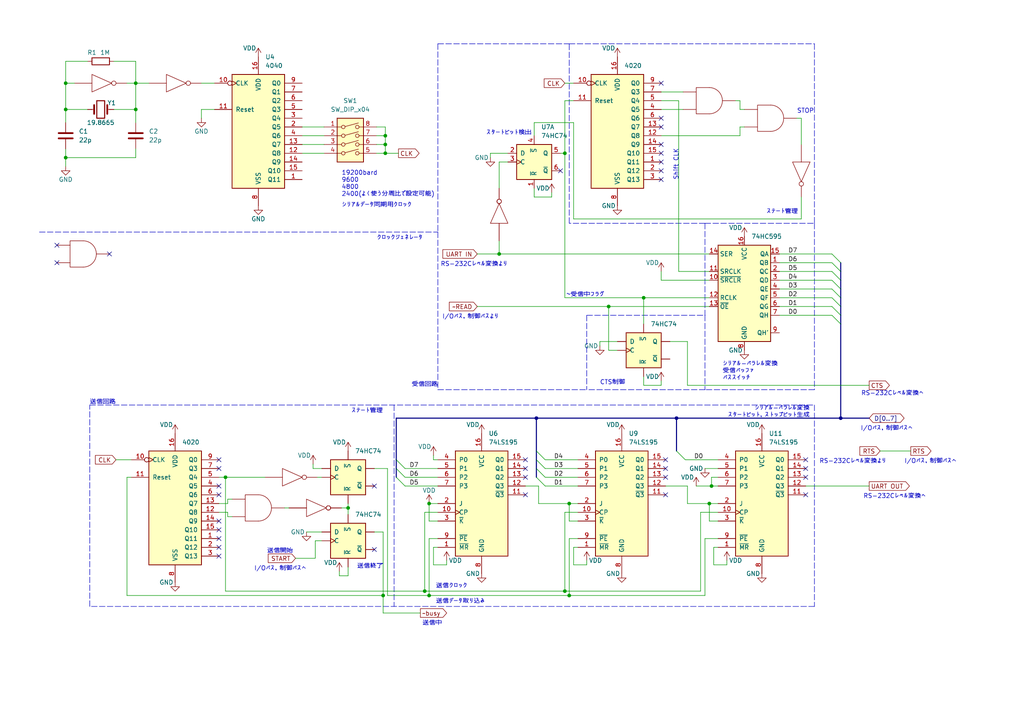
<source format=kicad_sch>
(kicad_sch (version 20211123) (generator eeschema)
  (paper "A4")
  (title_block (title "RS-232通信ボード(レベル変換なし)") (date "2023-06-15"))
  (junction (at 186.69 86.36))
  (junction (at 163.83 44.45))
  (junction (at 111.76 39.37))
  (junction (at 39.37 24.13))
  (junction (at 39.37 31.75))
  (junction (at 124.46 146.05))
  (junction (at 155.575 121.285))
  (junction (at 165.1 172.72))
  (junction (at 205.74 146.05))
  (junction (at 206.375 140.97))
  (junction (at 176.53 88.9))
  (junction (at 163.83 171.45))
  (junction (at 65.405 138.43))
  (junction (at 165.1 146.05))
  (junction (at 19.05 31.75))
  (junction (at 100.965 147.32))
  (junction (at 144.78 73.66))
  (junction (at 111.76 41.91))
  (junction (at 111.125 172.72))
  (junction (at 19.05 24.13))
  (junction (at 111.76 44.45))
  (junction (at 19.05 45.72))
  (junction (at 123.19 171.45))
  (junction (at 243.84 121.285))
  (junction (at 196.215 121.285))
  (junction (at 124.46 172.72))
  (no_connect (at 108.585 159.385))
  (no_connect (at 193.04 135.89))
  (no_connect (at 31.75 73.66))
  (no_connect (at 63.5 135.89))
  (no_connect (at 191.77 41.91))
  (no_connect (at 191.77 49.53))
  (no_connect (at 191.77 36.83))
  (no_connect (at 16.51 71.12))
  (no_connect (at 63.5 140.97))
  (no_connect (at 233.68 133.35))
  (no_connect (at 191.77 34.29))
  (no_connect (at 16.51 76.2))
  (no_connect (at 233.68 143.51))
  (no_connect (at 63.5 153.67))
  (no_connect (at 191.77 24.13))
  (no_connect (at 193.04 143.51))
  (no_connect (at 191.77 46.99))
  (no_connect (at 63.5 161.29))
  (no_connect (at 233.68 135.89))
  (no_connect (at 63.5 158.75))
  (no_connect (at 152.4 138.43))
  (no_connect (at 191.77 44.45))
  (no_connect (at 63.5 156.21))
  (no_connect (at 152.4 143.51))
  (no_connect (at 152.4 135.89))
  (no_connect (at 193.04 133.35))
  (no_connect (at 63.5 151.13))
  (no_connect (at 108.585 140.97))
  (no_connect (at 193.04 138.43))
  (no_connect (at 152.4 133.35))
  (no_connect (at 63.5 143.51))
  (no_connect (at 191.77 52.07))
  (no_connect (at 233.68 138.43))
  (no_connect (at 162.56 49.53))
  (no_connect (at 63.5 133.35))
  (bus_entry (at 241.3 73.66) (size 2.54 2.54))
  (bus_entry (at 114.935 135.89) (size 2.54 2.54))
  (bus_entry (at 155.575 135.89) (size 2.54 2.54))
  (bus_entry (at 241.3 81.28) (size 2.54 2.54))
  (bus_entry (at 155.575 130.81) (size 2.54 2.54))
  (bus_entry (at 241.3 78.74) (size 2.54 2.54))
  (bus_entry (at 241.3 76.2) (size 2.54 2.54))
  (bus_entry (at 155.575 138.43) (size 2.54 2.54))
  (bus_entry (at 114.935 133.35) (size 2.54 2.54))
  (bus_entry (at 241.3 88.9) (size 2.54 2.54))
  (bus_entry (at 241.3 91.44) (size 2.54 2.54))
  (bus_entry (at 196.215 130.81) (size 2.54 2.54))
  (bus_entry (at 155.575 133.35) (size 2.54 2.54))
  (bus_entry (at 241.3 83.82) (size 2.54 2.54))
  (bus_entry (at 241.3 86.36) (size 2.54 2.54))
  (bus_entry (at 114.935 138.43) (size 2.54 2.54))
  (wire (pts (xy 19.05 17.78) (xy 19.05 24.13)))
  (wire (pts (xy 87.63 44.45) (xy 93.98 44.45)))
  (wire (pts (xy 19.05 24.13) (xy 19.05 31.75)))
  (polyline (pts (xy 127 113.03) (xy 170.18 113.03)))
  (wire (pts (xy 100.965 147.32) (xy 100.965 146.05)))
  (wire (pts (xy 39.37 45.72) (xy 39.37 43.18)))
  (bus (pts (xy 114.935 121.285) (xy 114.935 133.35)))
  (wire (pts (xy 167.64 146.05) (xy 165.1 146.05)))
  (wire (pts (xy 100.965 167.005) (xy 100.965 164.465)))
  (bus (pts (xy 155.575 121.285) (xy 196.215 121.285)))
  (wire (pts (xy 158.115 135.89) (xy 167.64 135.89)))
  (wire (pts (xy 232.41 34.29) (xy 232.41 41.91)))
  (polyline (pts (xy 204.47 64.77) (xy 165.1 64.77)))
  (wire (pts (xy 117.475 138.43) (xy 127 138.43)))
  (wire (pts (xy 65.405 138.43) (xy 76.835 138.43)))
  (wire (pts (xy 109.22 41.91) (xy 111.76 41.91)))
  (wire (pts (xy 138.43 88.9) (xy 176.53 88.9)))
  (wire (pts (xy 142.24 45.72) (xy 142.24 44.45)))
  (wire (pts (xy 186.69 111.76) (xy 191.77 111.76)))
  (wire (pts (xy 98.425 165.735) (xy 98.425 167.005)))
  (wire (pts (xy 127 158.75) (xy 125.73 158.75)))
  (wire (pts (xy 199.39 111.76) (xy 252.095 111.76)))
  (wire (pts (xy 147.32 46.99) (xy 144.78 46.99)))
  (bus (pts (xy 243.84 76.2) (xy 243.84 78.74)))
  (bus (pts (xy 155.575 121.285) (xy 114.935 121.285)))
  (wire (pts (xy 154.94 57.15) (xy 160.02 57.15)))
  (wire (pts (xy 25.4 17.78) (xy 19.05 17.78)))
  (wire (pts (xy 125.73 133.35) (xy 127 133.35)))
  (wire (pts (xy 173.99 100.33) (xy 173.99 99.06)))
  (wire (pts (xy 112.395 172.72) (xy 124.46 172.72)))
  (wire (pts (xy 111.125 172.72) (xy 111.125 177.8)))
  (wire (pts (xy 111.76 41.91) (xy 111.76 44.45)))
  (polyline (pts (xy 236.22 113.03) (xy 204.47 113.03)))
  (wire (pts (xy 213.36 29.21) (xy 214.63 29.21)))
  (wire (pts (xy 199.39 99.06) (xy 199.39 111.76)))
  (wire (pts (xy 191.77 39.37) (xy 214.63 39.37)))
  (wire (pts (xy 199.39 146.05) (xy 205.74 146.05)))
  (wire (pts (xy 154.94 39.37) (xy 154.94 35.56)))
  (wire (pts (xy 206.375 140.97) (xy 208.28 140.97)))
  (wire (pts (xy 127 146.05) (xy 124.46 146.05)))
  (wire (pts (xy 214.63 31.75) (xy 215.9 31.75)))
  (wire (pts (xy 138.43 73.66) (xy 144.78 73.66)))
  (wire (pts (xy 93.98 36.83) (xy 87.63 36.83)))
  (wire (pts (xy 123.19 148.59) (xy 127 148.59)))
  (wire (pts (xy 154.94 35.56) (xy 166.37 35.56)))
  (wire (pts (xy 39.37 17.78) (xy 39.37 24.13)))
  (wire (pts (xy 208.28 156.21) (xy 204.47 156.21)))
  (wire (pts (xy 167.64 156.21) (xy 165.1 156.21)))
  (wire (pts (xy 123.19 171.45) (xy 163.83 171.45)))
  (wire (pts (xy 93.345 156.845) (xy 91.44 156.845)))
  (bus (pts (xy 155.575 121.285) (xy 155.575 130.81)))
  (wire (pts (xy 165.1 151.13) (xy 167.64 151.13)))
  (bus (pts (xy 243.84 88.9) (xy 243.84 91.44)))
  (wire (pts (xy 207.01 163.83) (xy 210.82 163.83)))
  (wire (pts (xy 144.78 46.99) (xy 144.78 54.61)))
  (wire (pts (xy 194.31 99.06) (xy 199.39 99.06)))
  (wire (pts (xy 109.22 36.83) (xy 111.76 36.83)))
  (wire (pts (xy 232.41 57.15) (xy 232.41 63.5)))
  (wire (pts (xy 186.69 86.36) (xy 205.74 86.36)))
  (wire (pts (xy 252.095 140.97) (xy 233.68 140.97)))
  (wire (pts (xy 19.05 31.75) (xy 19.05 35.56)))
  (wire (pts (xy 125.73 158.75) (xy 125.73 163.83)))
  (wire (pts (xy 123.19 171.45) (xy 123.19 148.59)))
  (wire (pts (xy 208.28 148.59) (xy 203.2 148.59)))
  (bus (pts (xy 196.215 121.285) (xy 196.215 130.81)))
  (wire (pts (xy 19.05 31.75) (xy 25.4 31.75)))
  (wire (pts (xy 39.37 24.13) (xy 39.37 31.75)))
  (wire (pts (xy 117.475 140.97) (xy 127 140.97)))
  (wire (pts (xy 166.37 158.75) (xy 166.37 163.83)))
  (bus (pts (xy 114.935 135.89) (xy 114.935 138.43)))
  (wire (pts (xy 226.06 91.44) (xy 241.3 91.44)))
  (wire (pts (xy 191.77 81.28) (xy 205.74 81.28)))
  (wire (pts (xy 226.06 81.28) (xy 241.3 81.28)))
  (wire (pts (xy 166.37 35.56) (xy 166.37 63.5)))
  (wire (pts (xy 193.04 140.97) (xy 199.39 140.97)))
  (wire (pts (xy 226.06 73.66) (xy 241.3 73.66)))
  (wire (pts (xy 173.99 99.06) (xy 179.07 99.06)))
  (polyline (pts (xy 127 67.31) (xy 127 113.03)))
  (wire (pts (xy 186.69 109.22) (xy 186.69 111.76)))
  (wire (pts (xy 129.54 163.83) (xy 129.54 162.56)))
  (wire (pts (xy 88.9 154.305) (xy 93.345 154.305)))
  (wire (pts (xy 124.46 146.05) (xy 124.46 151.13)))
  (wire (pts (xy 210.82 163.83) (xy 210.82 162.56)))
  (wire (pts (xy 98.425 167.005) (xy 100.965 167.005)))
  (wire (pts (xy 158.115 138.43) (xy 167.64 138.43)))
  (wire (pts (xy 124.46 172.72) (xy 124.46 156.21)))
  (wire (pts (xy 90.805 134.62) (xy 90.805 135.89)))
  (wire (pts (xy 66.04 144.78) (xy 67.31 144.78)))
  (wire (pts (xy 208.28 158.75) (xy 207.01 158.75)))
  (wire (pts (xy 191.77 78.74) (xy 191.77 81.28)))
  (wire (pts (xy 191.77 31.75) (xy 198.12 31.75)))
  (wire (pts (xy 208.28 146.05) (xy 205.74 146.05)))
  (wire (pts (xy 19.05 48.26) (xy 19.05 45.72)))
  (wire (pts (xy 205.74 151.13) (xy 208.28 151.13)))
  (wire (pts (xy 124.46 156.21) (xy 127 156.21)))
  (wire (pts (xy 226.06 78.74) (xy 241.3 78.74)))
  (wire (pts (xy 167.64 148.59) (xy 163.83 148.59)))
  (wire (pts (xy 93.98 41.91) (xy 87.63 41.91)))
  (bus (pts (xy 196.215 121.285) (xy 243.84 121.285)))
  (wire (pts (xy 255.27 130.81) (xy 264.16 130.81)))
  (wire (pts (xy 63.5 146.05) (xy 66.04 146.05)))
  (wire (pts (xy 198.755 133.35) (xy 208.28 133.35)))
  (wire (pts (xy 158.115 133.35) (xy 167.64 133.35)))
  (wire (pts (xy 191.77 111.76) (xy 191.77 110.49)))
  (wire (pts (xy 109.22 39.37) (xy 111.76 39.37)))
  (wire (pts (xy 204.47 156.21) (xy 204.47 172.72)))
  (wire (pts (xy 19.05 24.13) (xy 21.59 24.13)))
  (polyline (pts (xy 236.22 64.77) (xy 236.22 113.03)))
  (wire (pts (xy 226.06 76.2) (xy 241.3 76.2)))
  (wire (pts (xy 144.78 69.85) (xy 144.78 73.66)))
  (wire (pts (xy 111.76 39.37) (xy 111.76 41.91)))
  (wire (pts (xy 66.04 146.05) (xy 66.04 144.78)))
  (wire (pts (xy 91.44 156.845) (xy 91.44 161.925)))
  (wire (pts (xy 206.375 138.43) (xy 208.28 138.43)))
  (wire (pts (xy 231.14 34.29) (xy 232.41 34.29)))
  (wire (pts (xy 199.39 140.97) (xy 199.39 146.05)))
  (wire (pts (xy 226.06 88.9) (xy 241.3 88.9)))
  (wire (pts (xy 111.76 36.83) (xy 111.76 39.37)))
  (wire (pts (xy 214.63 39.37) (xy 214.63 36.83)))
  (wire (pts (xy 108.585 135.89) (xy 112.395 135.89)))
  (wire (pts (xy 163.83 86.36) (xy 186.69 86.36)))
  (wire (pts (xy 99.06 147.32) (xy 100.965 147.32)))
  (wire (pts (xy 163.83 44.45) (xy 162.56 44.45)))
  (polyline (pts (xy 11.43 67.31) (xy 127 67.31)))
  (wire (pts (xy 63.5 148.59) (xy 66.04 148.59)))
  (polyline (pts (xy 236.22 117.475) (xy 236.22 175.895)))
  (wire (pts (xy 163.83 24.13) (xy 166.37 24.13)))
  (wire (pts (xy 160.02 57.15) (xy 160.02 55.88)))
  (wire (pts (xy 19.05 45.72) (xy 39.37 45.72)))
  (wire (pts (xy 186.69 86.36) (xy 186.69 93.98)))
  (bus (pts (xy 243.84 121.285) (xy 252.095 121.285)))
  (wire (pts (xy 214.63 36.83) (xy 215.9 36.83)))
  (polyline (pts (xy 165.1 12.7) (xy 236.22 12.7)))
  (bus (pts (xy 243.84 83.82) (xy 243.84 86.36)))
  (wire (pts (xy 163.83 29.21) (xy 163.83 44.45)))
  (polyline (pts (xy 165.1 64.77) (xy 165.1 12.7)))
  (wire (pts (xy 33.02 17.78) (xy 39.37 17.78)))
  (wire (pts (xy 108.585 154.305) (xy 111.125 154.305)))
  (wire (pts (xy 39.37 24.13) (xy 43.18 24.13)))
  (wire (pts (xy 152.4 140.97) (xy 156.21 140.97)))
  (wire (pts (xy 156.21 140.97) (xy 156.21 146.05)))
  (wire (pts (xy 163.83 148.59) (xy 163.83 171.45)))
  (wire (pts (xy 83.82 147.32) (xy 82.55 147.32)))
  (wire (pts (xy 124.46 151.13) (xy 127 151.13)))
  (wire (pts (xy 170.18 163.83) (xy 170.18 162.56)))
  (wire (pts (xy 90.805 135.89) (xy 93.345 135.89)))
  (wire (pts (xy 176.53 101.6) (xy 179.07 101.6)))
  (wire (pts (xy 58.42 31.75) (xy 58.42 34.29)))
  (wire (pts (xy 203.2 148.59) (xy 203.2 171.45)))
  (wire (pts (xy 156.21 146.05) (xy 165.1 146.05)))
  (wire (pts (xy 92.075 138.43) (xy 93.345 138.43)))
  (wire (pts (xy 111.125 177.8) (xy 121.92 177.8)))
  (wire (pts (xy 109.22 44.45) (xy 111.76 44.45)))
  (bus (pts (xy 243.84 86.36) (xy 243.84 88.9)))
  (wire (pts (xy 176.53 88.9) (xy 205.74 88.9)))
  (wire (pts (xy 144.78 73.66) (xy 205.74 73.66)))
  (wire (pts (xy 62.23 31.75) (xy 58.42 31.75)))
  (wire (pts (xy 154.94 54.61) (xy 154.94 57.15)))
  (wire (pts (xy 125.73 132.08) (xy 125.73 133.35)))
  (polyline (pts (xy 204.47 64.77) (xy 236.22 64.77)))
  (wire (pts (xy 19.05 43.18) (xy 19.05 45.72)))
  (polyline (pts (xy 204.47 113.03) (xy 170.18 113.03)))
  (polyline (pts (xy 114.3 117.475) (xy 114.3 175.895)))
  (wire (pts (xy 166.37 163.83) (xy 170.18 163.83)))
  (bus (pts (xy 114.935 133.35) (xy 114.935 135.89)))
  (wire (pts (xy 111.125 172.72) (xy 36.83 172.72)))
  (polyline (pts (xy 127 12.7) (xy 127 67.31)))
  (polyline (pts (xy 236.22 12.7) (xy 236.22 64.77)))
  (bus (pts (xy 243.84 81.28) (xy 243.84 83.82)))
  (wire (pts (xy 112.395 135.89) (xy 112.395 172.72)))
  (wire (pts (xy 33.02 31.75) (xy 39.37 31.75)))
  (wire (pts (xy 196.85 29.21) (xy 196.85 78.74)))
  (wire (pts (xy 226.06 86.36) (xy 241.3 86.36)))
  (wire (pts (xy 33.655 133.35) (xy 38.1 133.35)))
  (wire (pts (xy 85.725 161.925) (xy 91.44 161.925)))
  (bus (pts (xy 155.575 135.89) (xy 155.575 138.43)))
  (wire (pts (xy 207.01 158.75) (xy 207.01 163.83)))
  (polyline (pts (xy 236.22 175.895) (xy 26.035 175.895)))
  (bus (pts (xy 243.84 91.44) (xy 243.84 93.98)))
  (wire (pts (xy 166.37 63.5) (xy 232.41 63.5)))
  (wire (pts (xy 36.83 138.43) (xy 36.83 172.72)))
  (bus (pts (xy 155.575 133.35) (xy 155.575 135.89)))
  (bus (pts (xy 243.84 93.98) (xy 243.84 121.285)))
  (wire (pts (xy 163.83 171.45) (xy 203.2 171.45)))
  (polyline (pts (xy 170.18 91.44) (xy 204.47 91.44)))
  (polyline (pts (xy 26.035 117.475) (xy 236.22 117.475)))
  (wire (pts (xy 158.115 140.97) (xy 167.64 140.97)))
  (polyline (pts (xy 26.035 175.895) (xy 26.035 117.475)))
  (polyline (pts (xy 127 12.7) (xy 165.1 12.7)))
  (wire (pts (xy 66.04 149.86) (xy 67.31 149.86)))
  (wire (pts (xy 206.375 138.43) (xy 206.375 140.97)))
  (wire (pts (xy 205.74 146.05) (xy 205.74 151.13)))
  (wire (pts (xy 66.04 148.59) (xy 66.04 149.86)))
  (wire (pts (xy 100.965 147.32) (xy 100.965 149.225)))
  (wire (pts (xy 111.76 44.45) (xy 115.57 44.45)))
  (wire (pts (xy 38.1 138.43) (xy 36.83 138.43)))
  (bus (pts (xy 243.84 78.74) (xy 243.84 81.28)))
  (wire (pts (xy 163.83 86.36) (xy 163.83 44.45)))
  (wire (pts (xy 166.37 29.21) (xy 163.83 29.21)))
  (wire (pts (xy 111.125 154.305) (xy 111.125 172.72)))
  (wire (pts (xy 63.5 138.43) (xy 65.405 138.43)))
  (wire (pts (xy 214.63 29.21) (xy 214.63 31.75)))
  (wire (pts (xy 167.64 158.75) (xy 166.37 158.75)))
  (wire (pts (xy 36.83 24.13) (xy 39.37 24.13)))
  (wire (pts (xy 142.24 44.45) (xy 147.32 44.45)))
  (wire (pts (xy 117.475 135.89) (xy 127 135.89)))
  (wire (pts (xy 65.405 138.43) (xy 65.405 171.45)))
  (wire (pts (xy 191.77 26.67) (xy 198.12 26.67)))
  (wire (pts (xy 204.47 135.89) (xy 208.28 135.89)))
  (wire (pts (xy 39.37 31.75) (xy 39.37 35.56)))
  (bus (pts (xy 155.575 130.81) (xy 155.575 133.35)))
  (wire (pts (xy 196.85 78.74) (xy 205.74 78.74)))
  (polyline (pts (xy 204.47 91.44) (xy 204.47 113.03)))
  (wire (pts (xy 176.53 88.9) (xy 176.53 101.6)))
  (polyline (pts (xy 170.18 91.44) (xy 170.18 113.03)))
  (wire (pts (xy 165.1 146.05) (xy 165.1 151.13)))
  (wire (pts (xy 204.47 172.72) (xy 165.1 172.72)))
  (wire (pts (xy 226.06 83.82) (xy 241.3 83.82)))
  (wire (pts (xy 191.77 29.21) (xy 196.85 29.21)))
  (wire (pts (xy 165.1 172.72) (xy 124.46 172.72)))
  (wire (pts (xy 201.93 140.97) (xy 206.375 140.97)))
  (wire (pts (xy 125.73 163.83) (xy 129.54 163.83)))
  (wire (pts (xy 93.98 39.37) (xy 87.63 39.37)))
  (wire (pts (xy 58.42 24.13) (xy 62.23 24.13)))
  (wire (pts (xy 165.1 156.21) (xy 165.1 172.72)))
  (wire (pts (xy 65.405 171.45) (xy 123.19 171.45)))
  (polyline (pts (xy 204.47 64.77) (xy 204.47 91.44)))
  (text "RS-232Cレベル変換より" (at 147.32 77.47 180) (effects (font (size 1.27 1.27)) (justify right bottom)))
  (text "送信データ取り込み" (at 126.365 175.26 0) (effects (font (size 1.27 1.27)) (justify left bottom)))
  (text "シリアル-パラレル変換\n受信バッファ\nバススイッチ" (at 209.55 110.49 0) (effects (font (size 1.27 1.27)) (justify left bottom)))
  (text "RS-232Cレベル変換より" (at 257.175 134.62 180) (effects (font (size 1.27 1.27)) (justify right bottom)))
  (text "ステート管理" (at 222.25 62.23 0) (effects (font (size 1.27 1.27)) (justify left bottom)))
  (text "送信回路" (at 33.655 117.475 180) (effects (font (size 1.27 1.27)) (justify right bottom)))
  (text "RS-232Cレベル変換へ" (at 267.97 114.935 180) (effects (font (size 1.27 1.27)) (justify right bottom)))
  (text "送信終了" (at 103.505 165.1 0) (effects (font (size 1.27 1.27)) (justify left bottom)))
  (text "送信開始" (at 85.09 160.655 180) (effects (font (size 1.27 1.27)) (justify right bottom)))
  (text "STOP" (at 231.14 33.02 0) (effects (font (size 1.27 1.27)) (justify left bottom)))
  (text "スタートビット検出" (at 140.97 39.37 0) (effects (font (size 1.27 1.27)) (justify left bottom)))
  (text "I/Oバス，制御バスへ" (at 277.495 134.62 180) (effects (font (size 1.27 1.27)) (justify right bottom)))
  (text "クロックジェネレータ" (at 109.22 69.85 0) (effects (font (size 1.27 1.27)) (justify left bottom)))
  (text "シリアル-パラレル変換\nスタートビット，ストップビット生成" (at 234.95 121.285 180) (effects (font (size 1.27 1.27)) (justify right bottom)))
  (text "I/Oバス，制御バスへ" (at 88.9 165.735 180) (effects (font (size 1.27 1.27)) (justify right bottom)))
  (text "シリアルデータ同期用クロック" (at 99.06 60.325 0) (effects (font (size 1.27 1.27)) (justify left bottom)))
  (text "I/Oバス，制御バスより" (at 144.78 92.71 180) (effects (font (size 1.27 1.27)) (justify right bottom)))
  (text "Shift CLK" (at 196.85 43.18 270) (effects (font (size 1.27 1.27)) (justify right bottom)))
  (text "RS-232Cレベル変換へ" (at 268.605 144.78 180) (effects (font (size 1.27 1.27)) (justify right bottom)))
  (text "〜受信中フラグ" (at 175.26 86.36 180) (effects (font (size 1.27 1.27)) (justify right bottom)))
  (text "送信中" (at 128.27 181.61 180) (effects (font (size 1.27 1.27)) (justify right bottom)))
  (text "ステート管理" (at 111.125 120.015 180) (effects (font (size 1.27 1.27)) (justify right bottom)))
  (text "19200bard\n9600\n4800\n2400(よく使う分周比で設定可能)" (at 99.06 57.15 0) (effects (font (size 1.27 1.27)) (justify left bottom)))
  (text "CTS制御" (at 173.99 111.76 0) (effects (font (size 1.27 1.27)) (justify left bottom)))
  (text "I/Oバス，制御バスへ" (at 264.795 125.095 180) (effects (font (size 1.27 1.27)) (justify right bottom)))
  (text "送信クロック" (at 126.365 170.815 0) (effects (font (size 1.27 1.27)) (justify left bottom)))
  (text "受信回路" (at 119.38 112.395 0) (effects (font (size 1.27 1.27)) (justify left bottom)))
  (label "D7" (at 228.6 73.66 0))
  (label "D4" (at 160.655 133.35 0))
  (label "D3" (at 228.6 83.82 0))
  (label "D5" (at 118.745 140.97 0))
  (label "D4" (at 228.6 81.28 0))
  (label "D6" (at 118.745 138.43 0))
  (label "D7" (at 118.745 135.89 0))
  (label "D5" (at 228.6 78.74 0))
  (label "D1" (at 228.6 88.9 0))
  (label "D2" (at 160.655 138.43 0))
  (label "D6" (at 228.6 76.2 0))
  (label "D0" (at 228.6 91.44 0))
  (label "D0" (at 201.295 133.35 0))
  (label "D2" (at 228.6 86.36 0))
  (label "D1" (at 160.655 140.97 0))
  (label "D3" (at 160.655 135.89 0))
  (global_label "CLK" (shape input) (at 33.655 133.35 180) (property "Intersheet References" "${INTERSHEET_REFS}" (effects hide)))
  (global_label "~READ" (shape input) (at 138.43 88.9 180) (property "シート間のリファレンス" "${INTERSHEET_REFS}" (effects hide)))
  (global_label "CTS" (shape output) (at 252.095 111.76 0) (property "シート間のリファレンス" "${INTERSHEET_REFS}" (effects hide)))
  (global_label "RTS" (shape input) (at 255.27 130.81 180) (property "シート間のリファレンス" "${INTERSHEET_REFS}" (effects hide)))
  (global_label "UART IN" (shape input) (at 138.43 73.66 180) (property "シート間のリファレンス" "${INTERSHEET_REFS}" (effects hide)))
  (global_label "CLK" (shape input) (at 163.83 24.13 180) (property "Intersheet References" "${INTERSHEET_REFS}" (effects hide)))
  (global_label "~busy" (shape output) (at 121.92 177.8 0) (property "シート間のリファレンス" "${INTERSHEET_REFS}" (effects hide)))
  (global_label "RTS" (shape output) (at 264.16 130.81 0) (property "シート間のリファレンス" "${INTERSHEET_REFS}" (effects hide)))
  (global_label "CLK" (shape output) (at 115.57 44.45 0) (property "Intersheet References" "${INTERSHEET_REFS}" (effects hide)))
  (global_label "UART OUT" (shape output) (at 252.095 140.97 0) (property "シート間のリファレンス" "${INTERSHEET_REFS}" (effects hide)))
  (global_label "D[0..7]" (shape bidirectional) (at 252.095 121.285 0) (property "シート間のリファレンス" "${INTERSHEET_REFS}" (effects hide)))
  (global_label "START" (shape input) (at 85.725 161.925 180) (property "シート間のリファレンス" "${INTERSHEET_REFS}" (effects hide)))
  (symbol (lib_id "power:VDD") (at 220.98 125.73 0) (unit 1)
    (property "Reference" "#PWR031" (effects hide))
    (property "Value" "VDD" (at 218.44 123.19 0))
  )
  (symbol (lib_id "power:VDD") (at 139.7 125.73 0) (unit 1)
    (property "Reference" "#PWR014" (effects hide))
    (property "Value" "VDD" (at 137.16 123.19 0))
  )
  (symbol (lib_id "power:VDD") (at 100.965 130.81 0) (unit 1)
    (property "Reference" "#PWR010" (effects hide))
    (property "Value" "VDD" (at 98.425 128.27 0))
  )
  (symbol (lib_name "74HC74_3") (lib_id "74xx:74HC74") (at 100.965 138.43 0) (unit 2)
    (property "Reference" "U5" (effects hide))
    (property "Value" "74HC74" (at 102.9844 130.81 0) (effects (justify left)))
    (property "Datasheet" "74xx/74hc_hct74.pdf" (effects hide))
  )
  (symbol (lib_id "74xx:74HC595") (at 215.9 83.82 0) (unit 1)
    (property "Reference" "U10" (effects hide))
    (property "Value" "74HC595" (at 217.9194 68.58 0) (effects (justify left)))
    (property "Datasheet" "http://www.ti.com/lit/ds/symlink/sn74hc595.pdf" (effects hide))
  )
  (symbol (lib_id "Device:C") (at 39.37 39.37 0) (unit 1)
    (property "Reference" "C2" (at 43.18 38.0999 0) (effects (justify left)))
    (property "Value" "22p" (at 43.18 40.6399 0) (effects (justify left)))
  )
  (symbol (lib_id "power:VDD") (at 179.07 16.51 0) (unit 1)
    (property "Reference" "#PWR020" (effects hide))
    (property "Value" "VDD" (at 176.53 13.97 0))
  )
  (symbol (lib_id "power:VDD") (at 129.54 162.56 0) (unit 1)
    (property "Reference" "#PWR013" (effects hide))
    (property "Value" "VDD" (at 132.08 162.56 0))
  )
  (symbol (lib_name "GND_1") (lib_id "power:GND") (at 139.7 166.37 0) (unit 1)
    (property "Reference" "#PWR015" (effects hide))
    (property "Value" "GND" (at 137.16 166.37 0))
  )
  (symbol (lib_id "power:VDD") (at 98.425 165.735 0) (unit 1)
    (property "Reference" "#PWR09" (effects hide))
    (property "Value" "VDD" (at 95.885 163.195 0))
  )
  (symbol (lib_id "power:VDD") (at 191.77 78.74 0) (unit 1)
    (property "Reference" "#PWR024" (effects hide))
    (property "Value" "VDD" (at 189.23 76.2 0))
  )
  (symbol (lib_id "74xx:74HC74") (at 154.94 46.99 0) (unit 1)
    (property "Reference" "U7" (at 156.9594 36.83 0) (effects (justify left)))
    (property "Value" "74HC74" (at 156.9594 39.37 0) (effects (justify left)))
    (property "Datasheet" "74xx/74hc_hct74.pdf" (effects hide))
  )
  (symbol (lib_id "Device:C") (at 19.05 39.37 0) (unit 1)
    (property "Reference" "C1" (at 22.86 38.0999 0) (effects (justify left)))
    (property "Value" "22p" (at 22.86 40.6399 0) (effects (justify left)))
  )
  (symbol (lib_name "GND_1") (lib_id "power:GND") (at 215.9 101.6 0) (unit 1)
    (property "Reference" "#PWR030" (effects hide))
    (property "Value" "GND" (at 213.36 101.6 0))
  )
  (symbol (lib_name "GND_1") (lib_id "power:GND") (at 88.9 154.305 0) (unit 1)
    (property "Reference" "#PWR07" (effects hide))
    (property "Value" "GND" (at 86.36 154.305 0))
  )
  (symbol (lib_id "Switch:SW_DIP_x04") (at 101.6 41.91 0) (unit 1)
    (property "Reference" "SW1" (at 101.6 29.21 0))
    (property "Value" "SW_DIP_x04" (at 101.6 31.75 0))
  )
  (symbol (lib_name "CD74HC08_2") (lib_id "CD74HCXX:CD74HC08") (at 223.52 34.29 0) (unit 2)
    (property "Reference" "U1" (effects hide))
    (property "Value" "CD74HC08" (effects hide))
  )
  (symbol (lib_id "power:VDD") (at 160.02 55.88 0) (unit 1)
    (property "Reference" "#PWR017" (effects hide))
    (property "Value" "VDD" (at 157.48 54.61 0))
  )
  (symbol (lib_id "power:VDD") (at 170.18 162.56 0) (unit 1)
    (property "Reference" "#PWR018" (effects hide))
    (property "Value" "VDD" (at 172.72 162.56 0))
  )
  (symbol (lib_id "power:VDD") (at 210.82 162.56 0) (unit 1)
    (property "Reference" "#PWR028" (effects hide))
    (property "Value" "VDD" (at 213.36 162.56 0))
  )
  (symbol (lib_id "power:GND") (at 19.05 48.26 0) (unit 1)
    (property "Reference" "#PWR01" (effects hide))
    (property "Value" "GND" (at 19.05 52.07 0))
  )
  (symbol (lib_name "GND_1") (lib_id "power:GND") (at 142.24 45.72 0) (unit 1)
    (property "Reference" "#PWR016" (effects hide))
    (property "Value" "GND" (at 139.7 45.72 0))
  )
  (symbol (lib_name "CD74HC08_3") (lib_id "CD74HCXX:CD74HC08") (at 74.93 147.32 0) (unit 3)
    (property "Reference" "U1" (effects hide))
    (property "Value" "CD74HC08" (effects hide))
  )
  (symbol (lib_id "power:VDD") (at 50.8 125.73 0) (unit 1)
    (property "Reference" "#PWR02" (effects hide))
    (property "Value" "VDD" (at 48.26 123.19 0))
  )
  (symbol (lib_id "4xxx:4020") (at 50.8 146.05 0) (unit 1)
    (property "Reference" "U3" (effects hide))
    (property "Value" "4020" (at 52.8194 128.27 0) (effects (justify left)))
    (property "Datasheet" "http://www.intersil.com/content/dam/Intersil/documents/cd40/cd4020bms-24bms-40bms.pdf" (effects hide))
  )
  (symbol (lib_name "GND_1") (lib_id "power:GND") (at 180.34 166.37 0) (unit 1)
    (property "Reference" "#PWR023" (effects hide))
    (property "Value" "GND" (at 177.8 166.37 0))
  )
  (symbol (lib_id "4xxx:4020") (at 179.07 36.83 0) (unit 1)
    (property "Reference" "U8" (effects hide))
    (property "Value" "4020" (at 181.0894 19.05 0) (effects (justify left)))
    (property "Datasheet" "http://www.intersil.com/content/dam/Intersil/documents/cd40/cd4020bms-24bms-40bms.pdf" (effects hide))
  )
  (symbol (lib_id "74xx:74LS195") (at 220.98 146.05 0) (unit 1)
    (property "Reference" "U11" (at 222.9994 125.73 0) (effects (justify left)))
    (property "Value" "74LS195" (at 222.9994 128.27 0) (effects (justify left)))
    (property "Datasheet" "http://www.ti.com/lit/gpn/sn74LS195" (effects hide))
  )
  (symbol (lib_id "power:VDD") (at 90.805 134.62 0) (unit 1)
    (property "Reference" "#PWR08" (effects hide))
    (property "Value" "VDD" (at 88.265 132.08 0))
  )
  (symbol (lib_name "CD74HC04_4") (lib_id "CD74HCXX:CD74HC04") (at 91.44 147.32 0) (unit 5)
    (property "Reference" "U2" (effects hide))
    (property "Value" "CD74HC04" (effects hide))
  )
  (symbol (lib_id "Device:Crystal") (at 29.21 31.75 0) (unit 1)
    (property "Reference" "Y1" (at 32.385 29.845 0))
    (property "Value" "19.8665" (at 29.21 35.56 0))
  )
  (symbol (lib_name "GND_1") (lib_id "power:GND") (at 173.99 100.33 0) (unit 1)
    (property "Reference" "#PWR019" (effects hide))
    (property "Value" "GND" (at 171.45 100.33 0))
  )
  (symbol (lib_id "74xx:74LS195") (at 180.34 146.05 0) (unit 1)
    (property "Reference" "U9" (at 182.3594 125.73 0) (effects (justify left)))
    (property "Value" "74LS195" (at 182.3594 128.27 0) (effects (justify left)))
    (property "Datasheet" "http://www.ti.com/lit/gpn/sn74LS195" (effects hide))
  )
  (symbol (lib_id "CD74HCXX:CD74HC08") (at 24.13 73.66 0) (unit 4)
    (property "Reference" "U1" (effects hide))
    (property "Value" "CD74HC08" (effects hide))
  )
  (symbol (lib_id "Device:R") (at 29.21 17.78 90) (unit 1)
    (property "Reference" "R1" (at 26.67 15.24 90))
    (property "Value" "1M" (at 30.48 15.24 90))
  )
  (symbol (lib_id "power:VDD") (at 125.73 132.08 0) (unit 1)
    (property "Reference" "#PWR012" (effects hide))
    (property "Value" "VDD" (at 123.19 129.54 0))
  )
  (symbol (lib_name "GND_1") (lib_id "power:GND") (at 179.07 59.69 0) (unit 1)
    (property "Reference" "#PWR021" (effects hide))
    (property "Value" "GND" (at 176.53 59.69 0))
  )
  (symbol (lib_id "74xx:74LS195") (at 139.7 146.05 0) (unit 1)
    (property "Reference" "U6" (at 141.7194 125.73 0) (effects (justify left)))
    (property "Value" "74LS195" (at 141.7194 128.27 0) (effects (justify left)))
    (property "Datasheet" "http://www.ti.com/lit/gpn/sn74LS195" (effects hide))
  )
  (symbol (lib_name "CD74HC04_1") (lib_id "CD74HCXX:CD74HC04") (at 144.78 62.23 90) (unit 4)
    (property "Reference" "U2" (effects hide))
    (property "Value" "CD74HC04" (effects hide))
  )
  (symbol (lib_id "power:GND") (at 58.42 34.29 0) (unit 1)
    (property "Reference" "#PWR04" (effects hide))
    (property "Value" "GND" (at 58.42 38.1 0))
  )
  (symbol (lib_id "power:VDD") (at 180.34 125.73 0) (unit 1)
    (property "Reference" "#PWR022" (effects hide))
    (property "Value" "VDD" (at 177.8 123.19 0))
  )
  (symbol (lib_name "GND_1") (lib_id "power:GND") (at 220.98 166.37 0) (unit 1)
    (property "Reference" "#PWR032" (effects hide))
    (property "Value" "GND" (at 218.44 166.37 0))
  )
  (symbol (lib_name "CD74HC04_3") (lib_id "CD74HCXX:CD74HC04") (at 84.455 138.43 0) (unit 6)
    (property "Reference" "U2" (effects hide))
    (property "Value" "CD74HC04" (effects hide))
  )
  (symbol (lib_name "GND_1") (lib_id "power:GND") (at 50.8 168.91 0) (unit 1)
    (property "Reference" "#PWR03" (effects hide))
    (property "Value" "GND" (at 48.26 168.91 0))
  )
  (symbol (lib_id "power:VDD") (at 201.93 140.97 0) (unit 1)
    (property "Reference" "#PWR026" (effects hide))
    (property "Value" "VDD" (at 199.39 138.43 0))
  )
  (symbol (lib_id "power:VDD") (at 191.77 110.49 0) (unit 1)
    (property "Reference" "#PWR025" (effects hide))
    (property "Value" "VDD" (at 189.23 109.22 0))
  )
  (symbol (lib_name "74HC74_2") (lib_id "74xx:74HC74") (at 100.965 156.845 0) (unit 1)
    (property "Reference" "U5" (effects hide))
    (property "Value" "74HC74" (at 102.9844 149.225 0) (effects (justify left)))
    (property "Datasheet" "74xx/74hc_hct74.pdf" (effects hide))
  )
  (symbol (lib_id "power:VDD") (at 215.9 68.58 0) (unit 1)
    (property "Reference" "#PWR029" (effects hide))
    (property "Value" "VDD" (at 213.36 66.04 0))
  )
  (symbol (lib_id "power:VDD") (at 74.93 16.51 0) (unit 1)
    (property "Reference" "#PWR05" (effects hide))
    (property "Value" "VDD" (at 72.39 13.97 0))
  )
  (symbol (lib_name "74HC74_1") (lib_id "74xx:74HC74") (at 186.69 101.6 0) (unit 2)
    (property "Reference" "U7" (effects hide))
    (property "Value" "74HC74" (at 188.7094 93.98 0) (effects (justify left)))
    (property "Datasheet" "74xx/74hc_hct74.pdf" (effects hide))
  )
  (symbol (lib_id "power:GND") (at 74.93 59.69 0) (unit 1)
    (property "Reference" "#PWR06" (effects hide))
    (property "Value" "GND" (at 74.93 63.5 0))
  )
  (symbol (lib_name "CD74HC08_1") (lib_id "CD74HCXX:CD74HC08") (at 205.74 29.21 0) (unit 1)
    (property "Reference" "U1" (effects hide))
    (property "Value" "CD74HC08" (effects hide))
  )
  (symbol (lib_id "power:VDD") (at 124.46 146.05 0) (unit 1)
    (property "Reference" "#PWR011" (effects hide))
    (property "Value" "VDD" (at 124.46 142.24 0))
  )
  (symbol (lib_name "GND_1") (lib_id "power:GND") (at 204.47 135.89 0) (unit 1)
    (property "Reference" "#PWR027" (effects hide))
    (property "Value" "GND" (at 201.93 135.89 0))
  )
  (symbol (lib_id "CD74HCXX:CD74HC04") (at 50.8 24.13 0) (unit 2)
    (property "Reference" "U2" (effects hide))
    (property "Value" "CD74HC04" (effects hide))
  )
  (symbol (lib_id "4xxx:4040") (at 74.93 36.83 0) (unit 1)
    (property "Reference" "U4" (at 76.9494 16.51 0) (effects (justify left)))
    (property "Value" "4040" (at 76.9494 19.05 0) (effects (justify left)))
    (property "Datasheet" "http://www.intersil.com/content/dam/Intersil/documents/cd40/cd4020bms-24bms-40bms.pdf" (effects hide))
  )
  (symbol (lib_name "CD74HC04_5") (lib_id "CD74HCXX:CD74HC04") (at 29.21 24.13 0) (unit 1)
    (property "Reference" "U2" (effects hide))
    (property "Value" "CD74HC04" (effects hide))
  )
  (symbol (lib_name "CD74HC04_2") (lib_id "CD74HCXX:CD74HC04") (at 232.41 49.53 270) (unit 3)
    (property "Reference" "U2" (effects hide))
    (property "Value" "CD74HC04" (effects hide))
  )
)
</source>
